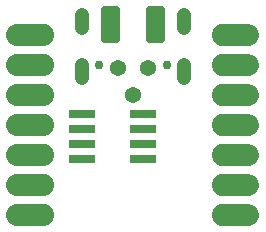
<source format=gbr>
G04 EAGLE Gerber RS-274X export*
G75*
%MOMM*%
%FSLAX34Y34*%
%LPD*%
%INSoldermask Bottom*%
%IPPOS*%
%AMOC8*
5,1,8,0,0,1.08239X$1,22.5*%
G01*
%ADD10C,1.371600*%
%ADD11C,1.209600*%
%ADD12C,0.751600*%
%ADD13C,1.879600*%
%ADD14C,1.879600*%
%ADD15R,2.301600X0.701600*%
%ADD16C,0.480478*%


D10*
X101600Y152400D03*
X76200Y152400D03*
D11*
X132100Y185630D02*
X132100Y196710D01*
X45700Y196710D02*
X45700Y185630D01*
X45700Y154910D02*
X45700Y143830D01*
X132100Y143830D02*
X132100Y154910D01*
D12*
X60000Y154370D03*
X117800Y154370D03*
D13*
X12700Y179705D03*
X12700Y154305D03*
X12700Y128905D03*
X12700Y103505D03*
X12700Y78105D03*
X12700Y52705D03*
X12700Y27305D03*
D14*
X8890Y179705D02*
X-8890Y179705D01*
X-8890Y154305D02*
X8890Y154305D01*
X8890Y128905D02*
X-8890Y128905D01*
X-8890Y103505D02*
X8890Y103505D01*
X8890Y78105D02*
X-8890Y78105D01*
X-8890Y52705D02*
X8890Y52705D01*
X8890Y27305D02*
X-8890Y27305D01*
D13*
X165100Y27305D03*
X165100Y52705D03*
X165100Y78105D03*
X165100Y103505D03*
X165100Y128905D03*
X165100Y154305D03*
X165100Y179705D03*
D14*
X168910Y27305D02*
X186690Y27305D01*
X186690Y52705D02*
X168910Y52705D01*
X168910Y78105D02*
X186690Y78105D01*
X186690Y103505D02*
X168910Y103505D01*
X168910Y128905D02*
X186690Y128905D01*
X186690Y154305D02*
X168910Y154305D01*
X168910Y179705D02*
X186690Y179705D01*
D15*
X45755Y87503D03*
X97755Y87503D03*
X45755Y74803D03*
X45755Y100203D03*
X45755Y112903D03*
X97755Y74803D03*
X97755Y100203D03*
X97755Y112903D03*
D16*
X102344Y176124D02*
X102344Y202336D01*
X113556Y202336D01*
X113556Y176124D01*
X102344Y176124D01*
X102344Y180689D02*
X113556Y180689D01*
X113556Y185254D02*
X102344Y185254D01*
X102344Y189819D02*
X113556Y189819D01*
X113556Y194384D02*
X102344Y194384D01*
X102344Y198949D02*
X113556Y198949D01*
X64244Y202336D02*
X64244Y176124D01*
X64244Y202336D02*
X75456Y202336D01*
X75456Y176124D01*
X64244Y176124D01*
X64244Y180689D02*
X75456Y180689D01*
X75456Y185254D02*
X64244Y185254D01*
X64244Y189819D02*
X75456Y189819D01*
X75456Y194384D02*
X64244Y194384D01*
X64244Y198949D02*
X75456Y198949D01*
D10*
X88900Y129540D03*
M02*

</source>
